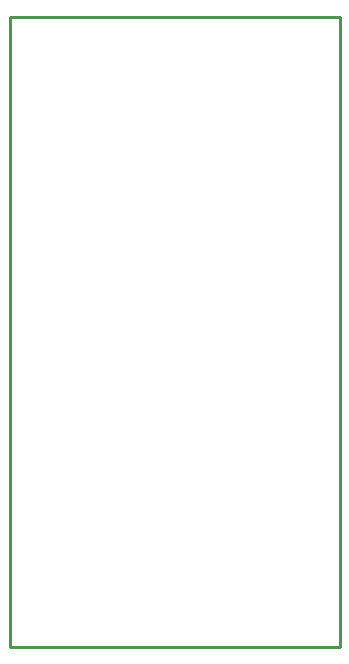
<source format=gbr>
G04 start of page 4 for group 2 idx 2 *
G04 Title: (unknown), outline *
G04 Creator: pcb 4.0.2 *
G04 CreationDate: Sat May 14 18:14:40 2022 UTC *
G04 For: railfan *
G04 Format: Gerber/RS-274X *
G04 PCB-Dimensions (mil): 1400.00 2300.00 *
G04 PCB-Coordinate-Origin: lower left *
%MOIN*%
%FSLAX25Y25*%
%LNOUTLINE*%
%ADD24C,0.0100*%
G54D24*X125000Y10000D02*Y220000D01*
X15000D01*
Y10000D01*
X125000D01*
M02*

</source>
